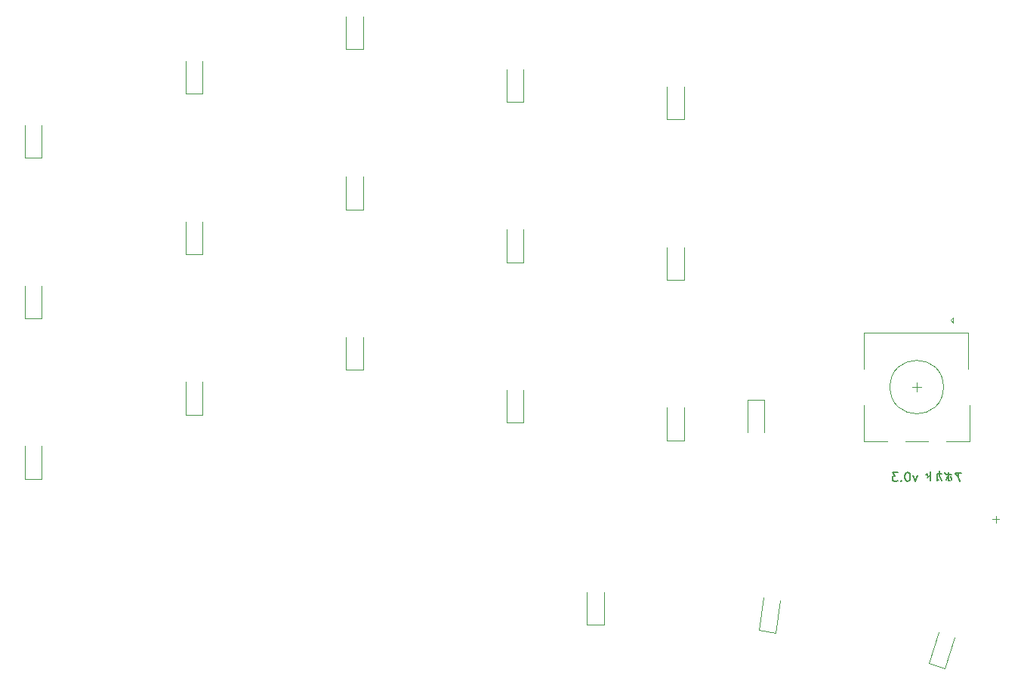
<source format=gbr>
%TF.GenerationSoftware,KiCad,Pcbnew,9.0.4*%
%TF.CreationDate,2025-09-04T10:39:47+02:00*%
%TF.ProjectId,avocado_v3,61766f63-6164-46f5-9f76-332e6b696361,0.0.3*%
%TF.SameCoordinates,Original*%
%TF.FileFunction,Legend,Bot*%
%TF.FilePolarity,Positive*%
%FSLAX46Y46*%
G04 Gerber Fmt 4.6, Leading zero omitted, Abs format (unit mm)*
G04 Created by KiCad (PCBNEW 9.0.4) date 2025-09-04 10:39:47*
%MOMM*%
%LPD*%
G01*
G04 APERTURE LIST*
%ADD10C,0.150000*%
%ADD11C,0.100000*%
%ADD12C,0.120000*%
G04 APERTURE END LIST*
D10*
X126878445Y-79272438D02*
X126211779Y-79272438D01*
X126211779Y-79272438D02*
X126259398Y-79367676D01*
X126259398Y-79367676D02*
X126354636Y-79510533D01*
X126354636Y-79510533D02*
X126497493Y-79605771D01*
X126592731Y-79415295D02*
X126592731Y-79748628D01*
X126592731Y-79748628D02*
X126592731Y-79843866D01*
X126592731Y-79843866D02*
X126640350Y-79986723D01*
X126640350Y-79986723D02*
X126735588Y-80224819D01*
X125783207Y-79462914D02*
X125211779Y-79462914D01*
X125354636Y-79653390D02*
X125211779Y-80034342D01*
X125259398Y-79272438D02*
X125164160Y-79367676D01*
X125116541Y-79224819D02*
X125021303Y-79320057D01*
X125497493Y-79177200D02*
X125497493Y-80177200D01*
X125497493Y-80177200D02*
X125640350Y-80129580D01*
X125687969Y-79653390D02*
X125735588Y-79796247D01*
X125735588Y-79796247D02*
X125783207Y-79891485D01*
X125783207Y-79891485D02*
X125830826Y-80034342D01*
X124735588Y-79415295D02*
X124164160Y-79415295D01*
X124164160Y-79415295D02*
X124211779Y-80129580D01*
X124211779Y-80129580D02*
X124354636Y-80034342D01*
X124497493Y-79081961D02*
X124497493Y-79415295D01*
X124497493Y-79415295D02*
X124497493Y-79653390D01*
X124497493Y-79653390D02*
X124545112Y-79843866D01*
X124545112Y-79843866D02*
X124640350Y-79986723D01*
X124640350Y-79986723D02*
X124735588Y-80129580D01*
X123402255Y-79558152D02*
X123116541Y-79796247D01*
X123402255Y-79129580D02*
X123402255Y-80177200D01*
X123211779Y-79462914D02*
X123116541Y-79558152D01*
X123068922Y-79415295D02*
X122973684Y-79510533D01*
X121973683Y-79558152D02*
X121735588Y-80224819D01*
X121735588Y-80224819D02*
X121497493Y-79558152D01*
X120926064Y-79224819D02*
X120830826Y-79224819D01*
X120830826Y-79224819D02*
X120735588Y-79272438D01*
X120735588Y-79272438D02*
X120687969Y-79320057D01*
X120687969Y-79320057D02*
X120640350Y-79415295D01*
X120640350Y-79415295D02*
X120592731Y-79605771D01*
X120592731Y-79605771D02*
X120592731Y-79843866D01*
X120592731Y-79843866D02*
X120640350Y-80034342D01*
X120640350Y-80034342D02*
X120687969Y-80129580D01*
X120687969Y-80129580D02*
X120735588Y-80177200D01*
X120735588Y-80177200D02*
X120830826Y-80224819D01*
X120830826Y-80224819D02*
X120926064Y-80224819D01*
X120926064Y-80224819D02*
X121021302Y-80177200D01*
X121021302Y-80177200D02*
X121068921Y-80129580D01*
X121068921Y-80129580D02*
X121116540Y-80034342D01*
X121116540Y-80034342D02*
X121164159Y-79843866D01*
X121164159Y-79843866D02*
X121164159Y-79605771D01*
X121164159Y-79605771D02*
X121116540Y-79415295D01*
X121116540Y-79415295D02*
X121068921Y-79320057D01*
X121068921Y-79320057D02*
X121021302Y-79272438D01*
X121021302Y-79272438D02*
X120926064Y-79224819D01*
X120164159Y-80129580D02*
X120116540Y-80177200D01*
X120116540Y-80177200D02*
X120164159Y-80224819D01*
X120164159Y-80224819D02*
X120211778Y-80177200D01*
X120211778Y-80177200D02*
X120164159Y-80129580D01*
X120164159Y-80129580D02*
X120164159Y-80224819D01*
X119783207Y-79224819D02*
X119164160Y-79224819D01*
X119164160Y-79224819D02*
X119497493Y-79605771D01*
X119497493Y-79605771D02*
X119354636Y-79605771D01*
X119354636Y-79605771D02*
X119259398Y-79653390D01*
X119259398Y-79653390D02*
X119211779Y-79701009D01*
X119211779Y-79701009D02*
X119164160Y-79796247D01*
X119164160Y-79796247D02*
X119164160Y-80034342D01*
X119164160Y-80034342D02*
X119211779Y-80129580D01*
X119211779Y-80129580D02*
X119259398Y-80177200D01*
X119259398Y-80177200D02*
X119354636Y-80224819D01*
X119354636Y-80224819D02*
X119640350Y-80224819D01*
X119640350Y-80224819D02*
X119735588Y-80177200D01*
X119735588Y-80177200D02*
X119783207Y-80129580D01*
D11*
X130801466Y-84123884D02*
X130801466Y-84885789D01*
X131182419Y-84504836D02*
X130420514Y-84504836D01*
D12*
%TO.C,D9*%
X57925000Y-31710000D02*
X57925000Y-28050000D01*
X57925000Y-31710000D02*
X59825000Y-31710000D01*
X59825000Y-31710000D02*
X59825000Y-28050000D01*
%TO.C,D18*%
X123230651Y-100612159D02*
X124361653Y-97131292D01*
X123230651Y-100612159D02*
X125037658Y-101199291D01*
X125037658Y-101199291D02*
X126168660Y-97718424D01*
%TO.C,D4*%
X39925000Y-72750000D02*
X39925000Y-69090000D01*
X39925000Y-72750000D02*
X41825000Y-72750000D01*
X41825000Y-72750000D02*
X41825000Y-69090000D01*
%TO.C,D12*%
X75925000Y-37650000D02*
X75925000Y-33990000D01*
X75925000Y-37650000D02*
X77825000Y-37650000D01*
X77825000Y-37650000D02*
X77825000Y-33990000D01*
%TO.C,D14*%
X93925000Y-57630000D02*
X93925000Y-53970000D01*
X93925000Y-57630000D02*
X95825000Y-57630000D01*
X95825000Y-57630000D02*
X95825000Y-53970000D01*
%TO.C,D13*%
X93925000Y-75630000D02*
X93925000Y-71970000D01*
X93925000Y-75630000D02*
X95825000Y-75630000D01*
X95825000Y-75630000D02*
X95825000Y-71970000D01*
%TO.C,D7*%
X57925000Y-67710000D02*
X57925000Y-64050000D01*
X57925000Y-67710000D02*
X59825000Y-67710000D01*
X59825000Y-67710000D02*
X59825000Y-64050000D01*
%TO.C,D8*%
X57925000Y-49710000D02*
X57925000Y-46050000D01*
X57925000Y-49710000D02*
X59825000Y-49710000D01*
X59825000Y-49710000D02*
X59825000Y-46050000D01*
%TO.C,D5*%
X39925000Y-54750000D02*
X39925000Y-51090000D01*
X39925000Y-54750000D02*
X41825000Y-54750000D01*
X41825000Y-54750000D02*
X41825000Y-51090000D01*
%TO.C,D16*%
X84925000Y-96330000D02*
X84925000Y-92670000D01*
X84925000Y-96330000D02*
X86825000Y-96330000D01*
X86825000Y-96330000D02*
X86825000Y-92670000D01*
%TO.C,_1*%
X116015000Y-67650000D02*
X116015000Y-63550000D01*
X116015000Y-75750000D02*
X116015000Y-71650000D01*
X118615000Y-75750000D02*
X116015000Y-75750000D01*
X121915000Y-69150000D02*
X121915000Y-70150000D01*
X122415000Y-69650000D02*
X121415000Y-69650000D01*
X123215000Y-75750000D02*
X120615000Y-75750000D01*
X125715000Y-62150000D02*
X126015000Y-61850000D01*
X126015000Y-61850000D02*
X126015000Y-62450000D01*
X126015000Y-62450000D02*
X125715000Y-62150000D01*
X127715000Y-63550000D02*
X116015000Y-63550000D01*
X127715000Y-67650000D02*
X127715000Y-63550000D01*
X127815000Y-71650000D02*
X127815000Y-75750000D01*
X127815000Y-75750000D02*
X125215000Y-75750000D01*
X124915000Y-69650000D02*
G75*
G02*
X118915000Y-69650000I-3000000J0D01*
G01*
X118915000Y-69650000D02*
G75*
G02*
X124915000Y-69650000I3000000J0D01*
G01*
%TO.C,D19*%
X102925000Y-71110000D02*
X102925000Y-74770000D01*
X104825000Y-71110000D02*
X102925000Y-71110000D01*
X104825000Y-71110000D02*
X104825000Y-74770000D01*
%TO.C,D11*%
X75925000Y-55650000D02*
X75925000Y-51990000D01*
X75925000Y-55650000D02*
X77825000Y-55650000D01*
X77825000Y-55650000D02*
X77825000Y-51990000D01*
%TO.C,D17*%
X104180805Y-96924655D02*
X104753355Y-93309716D01*
X104180805Y-96924655D02*
X106057413Y-97221880D01*
X106057413Y-97221880D02*
X106629963Y-93606941D01*
%TO.C,D1*%
X21925000Y-79950000D02*
X21925000Y-76290000D01*
X21925000Y-79950000D02*
X23825000Y-79950000D01*
X23825000Y-79950000D02*
X23825000Y-76290000D01*
%TO.C,D15*%
X93925000Y-39630000D02*
X93925000Y-35970000D01*
X93925000Y-39630000D02*
X95825000Y-39630000D01*
X95825000Y-39630000D02*
X95825000Y-35970000D01*
%TO.C,D10*%
X75925000Y-73650000D02*
X75925000Y-69990000D01*
X75925000Y-73650000D02*
X77825000Y-73650000D01*
X77825000Y-73650000D02*
X77825000Y-69990000D01*
%TO.C,D6*%
X39925000Y-36750000D02*
X39925000Y-33090000D01*
X39925000Y-36750000D02*
X41825000Y-36750000D01*
X41825000Y-36750000D02*
X41825000Y-33090000D01*
%TO.C,D3*%
X21925000Y-43950000D02*
X21925000Y-40290000D01*
X21925000Y-43950000D02*
X23825000Y-43950000D01*
X23825000Y-43950000D02*
X23825000Y-40290000D01*
%TO.C,D2*%
X21925000Y-61950000D02*
X21925000Y-58290000D01*
X21925000Y-61950000D02*
X23825000Y-61950000D01*
X23825000Y-61950000D02*
X23825000Y-58290000D01*
%TD*%
M02*

</source>
